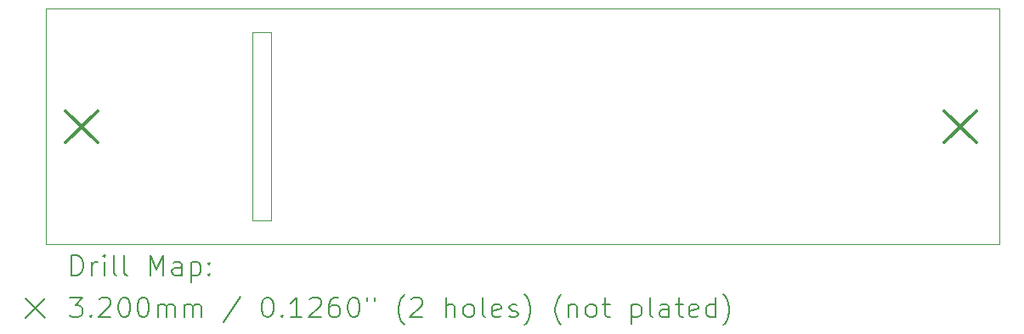
<source format=gbr>
%TF.GenerationSoftware,KiCad,Pcbnew,8.0.3*%
%TF.CreationDate,2025-08-12T15:57:57+07:00*%
%TF.ProjectId,si-hardware-downled,73692d68-6172-4647-9761-72652d646f77,rev?*%
%TF.SameCoordinates,Original*%
%TF.FileFunction,Drillmap*%
%TF.FilePolarity,Positive*%
%FSLAX45Y45*%
G04 Gerber Fmt 4.5, Leading zero omitted, Abs format (unit mm)*
G04 Created by KiCad (PCBNEW 8.0.3) date 2025-08-12 15:57:57*
%MOMM*%
%LPD*%
G01*
G04 APERTURE LIST*
%ADD10C,0.100000*%
%ADD11C,0.050000*%
%ADD12C,0.200000*%
%ADD13C,0.320000*%
G04 APERTURE END LIST*
D10*
X12211400Y-6714390D02*
X12401900Y-6714390D01*
X12401900Y-8595490D01*
X12211400Y-8595490D01*
X12211400Y-6714390D01*
D11*
X10154000Y-6478000D02*
X19654000Y-6478000D01*
X19654000Y-8830960D01*
X10154000Y-8830960D01*
X10154000Y-6478000D01*
D12*
D13*
X10353000Y-7501000D02*
X10673000Y-7821000D01*
X10673000Y-7501000D02*
X10353000Y-7821000D01*
X19103000Y-7501000D02*
X19423000Y-7821000D01*
X19423000Y-7501000D02*
X19103000Y-7821000D01*
D12*
X10412277Y-9144944D02*
X10412277Y-8944944D01*
X10412277Y-8944944D02*
X10459896Y-8944944D01*
X10459896Y-8944944D02*
X10488467Y-8954468D01*
X10488467Y-8954468D02*
X10507515Y-8973515D01*
X10507515Y-8973515D02*
X10517039Y-8992563D01*
X10517039Y-8992563D02*
X10526563Y-9030658D01*
X10526563Y-9030658D02*
X10526563Y-9059230D01*
X10526563Y-9059230D02*
X10517039Y-9097325D01*
X10517039Y-9097325D02*
X10507515Y-9116372D01*
X10507515Y-9116372D02*
X10488467Y-9135420D01*
X10488467Y-9135420D02*
X10459896Y-9144944D01*
X10459896Y-9144944D02*
X10412277Y-9144944D01*
X10612277Y-9144944D02*
X10612277Y-9011610D01*
X10612277Y-9049706D02*
X10621801Y-9030658D01*
X10621801Y-9030658D02*
X10631324Y-9021134D01*
X10631324Y-9021134D02*
X10650372Y-9011610D01*
X10650372Y-9011610D02*
X10669420Y-9011610D01*
X10736086Y-9144944D02*
X10736086Y-9011610D01*
X10736086Y-8944944D02*
X10726563Y-8954468D01*
X10726563Y-8954468D02*
X10736086Y-8963991D01*
X10736086Y-8963991D02*
X10745610Y-8954468D01*
X10745610Y-8954468D02*
X10736086Y-8944944D01*
X10736086Y-8944944D02*
X10736086Y-8963991D01*
X10859896Y-9144944D02*
X10840848Y-9135420D01*
X10840848Y-9135420D02*
X10831324Y-9116372D01*
X10831324Y-9116372D02*
X10831324Y-8944944D01*
X10964658Y-9144944D02*
X10945610Y-9135420D01*
X10945610Y-9135420D02*
X10936086Y-9116372D01*
X10936086Y-9116372D02*
X10936086Y-8944944D01*
X11193229Y-9144944D02*
X11193229Y-8944944D01*
X11193229Y-8944944D02*
X11259896Y-9087801D01*
X11259896Y-9087801D02*
X11326562Y-8944944D01*
X11326562Y-8944944D02*
X11326562Y-9144944D01*
X11507515Y-9144944D02*
X11507515Y-9040182D01*
X11507515Y-9040182D02*
X11497991Y-9021134D01*
X11497991Y-9021134D02*
X11478943Y-9011610D01*
X11478943Y-9011610D02*
X11440848Y-9011610D01*
X11440848Y-9011610D02*
X11421801Y-9021134D01*
X11507515Y-9135420D02*
X11488467Y-9144944D01*
X11488467Y-9144944D02*
X11440848Y-9144944D01*
X11440848Y-9144944D02*
X11421801Y-9135420D01*
X11421801Y-9135420D02*
X11412277Y-9116372D01*
X11412277Y-9116372D02*
X11412277Y-9097325D01*
X11412277Y-9097325D02*
X11421801Y-9078277D01*
X11421801Y-9078277D02*
X11440848Y-9068753D01*
X11440848Y-9068753D02*
X11488467Y-9068753D01*
X11488467Y-9068753D02*
X11507515Y-9059230D01*
X11602753Y-9011610D02*
X11602753Y-9211610D01*
X11602753Y-9021134D02*
X11621801Y-9011610D01*
X11621801Y-9011610D02*
X11659896Y-9011610D01*
X11659896Y-9011610D02*
X11678943Y-9021134D01*
X11678943Y-9021134D02*
X11688467Y-9030658D01*
X11688467Y-9030658D02*
X11697991Y-9049706D01*
X11697991Y-9049706D02*
X11697991Y-9106849D01*
X11697991Y-9106849D02*
X11688467Y-9125896D01*
X11688467Y-9125896D02*
X11678943Y-9135420D01*
X11678943Y-9135420D02*
X11659896Y-9144944D01*
X11659896Y-9144944D02*
X11621801Y-9144944D01*
X11621801Y-9144944D02*
X11602753Y-9135420D01*
X11783705Y-9125896D02*
X11793229Y-9135420D01*
X11793229Y-9135420D02*
X11783705Y-9144944D01*
X11783705Y-9144944D02*
X11774182Y-9135420D01*
X11774182Y-9135420D02*
X11783705Y-9125896D01*
X11783705Y-9125896D02*
X11783705Y-9144944D01*
X11783705Y-9021134D02*
X11793229Y-9030658D01*
X11793229Y-9030658D02*
X11783705Y-9040182D01*
X11783705Y-9040182D02*
X11774182Y-9030658D01*
X11774182Y-9030658D02*
X11783705Y-9021134D01*
X11783705Y-9021134D02*
X11783705Y-9040182D01*
X9951500Y-9373460D02*
X10151500Y-9573460D01*
X10151500Y-9373460D02*
X9951500Y-9573460D01*
X10393229Y-9364944D02*
X10517039Y-9364944D01*
X10517039Y-9364944D02*
X10450372Y-9441134D01*
X10450372Y-9441134D02*
X10478944Y-9441134D01*
X10478944Y-9441134D02*
X10497991Y-9450658D01*
X10497991Y-9450658D02*
X10507515Y-9460182D01*
X10507515Y-9460182D02*
X10517039Y-9479230D01*
X10517039Y-9479230D02*
X10517039Y-9526849D01*
X10517039Y-9526849D02*
X10507515Y-9545896D01*
X10507515Y-9545896D02*
X10497991Y-9555420D01*
X10497991Y-9555420D02*
X10478944Y-9564944D01*
X10478944Y-9564944D02*
X10421801Y-9564944D01*
X10421801Y-9564944D02*
X10402753Y-9555420D01*
X10402753Y-9555420D02*
X10393229Y-9545896D01*
X10602753Y-9545896D02*
X10612277Y-9555420D01*
X10612277Y-9555420D02*
X10602753Y-9564944D01*
X10602753Y-9564944D02*
X10593229Y-9555420D01*
X10593229Y-9555420D02*
X10602753Y-9545896D01*
X10602753Y-9545896D02*
X10602753Y-9564944D01*
X10688467Y-9383991D02*
X10697991Y-9374468D01*
X10697991Y-9374468D02*
X10717039Y-9364944D01*
X10717039Y-9364944D02*
X10764658Y-9364944D01*
X10764658Y-9364944D02*
X10783705Y-9374468D01*
X10783705Y-9374468D02*
X10793229Y-9383991D01*
X10793229Y-9383991D02*
X10802753Y-9403039D01*
X10802753Y-9403039D02*
X10802753Y-9422087D01*
X10802753Y-9422087D02*
X10793229Y-9450658D01*
X10793229Y-9450658D02*
X10678944Y-9564944D01*
X10678944Y-9564944D02*
X10802753Y-9564944D01*
X10926563Y-9364944D02*
X10945610Y-9364944D01*
X10945610Y-9364944D02*
X10964658Y-9374468D01*
X10964658Y-9374468D02*
X10974182Y-9383991D01*
X10974182Y-9383991D02*
X10983705Y-9403039D01*
X10983705Y-9403039D02*
X10993229Y-9441134D01*
X10993229Y-9441134D02*
X10993229Y-9488753D01*
X10993229Y-9488753D02*
X10983705Y-9526849D01*
X10983705Y-9526849D02*
X10974182Y-9545896D01*
X10974182Y-9545896D02*
X10964658Y-9555420D01*
X10964658Y-9555420D02*
X10945610Y-9564944D01*
X10945610Y-9564944D02*
X10926563Y-9564944D01*
X10926563Y-9564944D02*
X10907515Y-9555420D01*
X10907515Y-9555420D02*
X10897991Y-9545896D01*
X10897991Y-9545896D02*
X10888467Y-9526849D01*
X10888467Y-9526849D02*
X10878944Y-9488753D01*
X10878944Y-9488753D02*
X10878944Y-9441134D01*
X10878944Y-9441134D02*
X10888467Y-9403039D01*
X10888467Y-9403039D02*
X10897991Y-9383991D01*
X10897991Y-9383991D02*
X10907515Y-9374468D01*
X10907515Y-9374468D02*
X10926563Y-9364944D01*
X11117039Y-9364944D02*
X11136086Y-9364944D01*
X11136086Y-9364944D02*
X11155134Y-9374468D01*
X11155134Y-9374468D02*
X11164658Y-9383991D01*
X11164658Y-9383991D02*
X11174182Y-9403039D01*
X11174182Y-9403039D02*
X11183705Y-9441134D01*
X11183705Y-9441134D02*
X11183705Y-9488753D01*
X11183705Y-9488753D02*
X11174182Y-9526849D01*
X11174182Y-9526849D02*
X11164658Y-9545896D01*
X11164658Y-9545896D02*
X11155134Y-9555420D01*
X11155134Y-9555420D02*
X11136086Y-9564944D01*
X11136086Y-9564944D02*
X11117039Y-9564944D01*
X11117039Y-9564944D02*
X11097991Y-9555420D01*
X11097991Y-9555420D02*
X11088467Y-9545896D01*
X11088467Y-9545896D02*
X11078944Y-9526849D01*
X11078944Y-9526849D02*
X11069420Y-9488753D01*
X11069420Y-9488753D02*
X11069420Y-9441134D01*
X11069420Y-9441134D02*
X11078944Y-9403039D01*
X11078944Y-9403039D02*
X11088467Y-9383991D01*
X11088467Y-9383991D02*
X11097991Y-9374468D01*
X11097991Y-9374468D02*
X11117039Y-9364944D01*
X11269420Y-9564944D02*
X11269420Y-9431610D01*
X11269420Y-9450658D02*
X11278943Y-9441134D01*
X11278943Y-9441134D02*
X11297991Y-9431610D01*
X11297991Y-9431610D02*
X11326563Y-9431610D01*
X11326563Y-9431610D02*
X11345610Y-9441134D01*
X11345610Y-9441134D02*
X11355134Y-9460182D01*
X11355134Y-9460182D02*
X11355134Y-9564944D01*
X11355134Y-9460182D02*
X11364658Y-9441134D01*
X11364658Y-9441134D02*
X11383705Y-9431610D01*
X11383705Y-9431610D02*
X11412277Y-9431610D01*
X11412277Y-9431610D02*
X11431324Y-9441134D01*
X11431324Y-9441134D02*
X11440848Y-9460182D01*
X11440848Y-9460182D02*
X11440848Y-9564944D01*
X11536086Y-9564944D02*
X11536086Y-9431610D01*
X11536086Y-9450658D02*
X11545610Y-9441134D01*
X11545610Y-9441134D02*
X11564658Y-9431610D01*
X11564658Y-9431610D02*
X11593229Y-9431610D01*
X11593229Y-9431610D02*
X11612277Y-9441134D01*
X11612277Y-9441134D02*
X11621801Y-9460182D01*
X11621801Y-9460182D02*
X11621801Y-9564944D01*
X11621801Y-9460182D02*
X11631324Y-9441134D01*
X11631324Y-9441134D02*
X11650372Y-9431610D01*
X11650372Y-9431610D02*
X11678943Y-9431610D01*
X11678943Y-9431610D02*
X11697991Y-9441134D01*
X11697991Y-9441134D02*
X11707515Y-9460182D01*
X11707515Y-9460182D02*
X11707515Y-9564944D01*
X12097991Y-9355420D02*
X11926563Y-9612563D01*
X12355134Y-9364944D02*
X12374182Y-9364944D01*
X12374182Y-9364944D02*
X12393229Y-9374468D01*
X12393229Y-9374468D02*
X12402753Y-9383991D01*
X12402753Y-9383991D02*
X12412277Y-9403039D01*
X12412277Y-9403039D02*
X12421801Y-9441134D01*
X12421801Y-9441134D02*
X12421801Y-9488753D01*
X12421801Y-9488753D02*
X12412277Y-9526849D01*
X12412277Y-9526849D02*
X12402753Y-9545896D01*
X12402753Y-9545896D02*
X12393229Y-9555420D01*
X12393229Y-9555420D02*
X12374182Y-9564944D01*
X12374182Y-9564944D02*
X12355134Y-9564944D01*
X12355134Y-9564944D02*
X12336086Y-9555420D01*
X12336086Y-9555420D02*
X12326563Y-9545896D01*
X12326563Y-9545896D02*
X12317039Y-9526849D01*
X12317039Y-9526849D02*
X12307515Y-9488753D01*
X12307515Y-9488753D02*
X12307515Y-9441134D01*
X12307515Y-9441134D02*
X12317039Y-9403039D01*
X12317039Y-9403039D02*
X12326563Y-9383991D01*
X12326563Y-9383991D02*
X12336086Y-9374468D01*
X12336086Y-9374468D02*
X12355134Y-9364944D01*
X12507515Y-9545896D02*
X12517039Y-9555420D01*
X12517039Y-9555420D02*
X12507515Y-9564944D01*
X12507515Y-9564944D02*
X12497991Y-9555420D01*
X12497991Y-9555420D02*
X12507515Y-9545896D01*
X12507515Y-9545896D02*
X12507515Y-9564944D01*
X12707515Y-9564944D02*
X12593229Y-9564944D01*
X12650372Y-9564944D02*
X12650372Y-9364944D01*
X12650372Y-9364944D02*
X12631325Y-9393515D01*
X12631325Y-9393515D02*
X12612277Y-9412563D01*
X12612277Y-9412563D02*
X12593229Y-9422087D01*
X12783706Y-9383991D02*
X12793229Y-9374468D01*
X12793229Y-9374468D02*
X12812277Y-9364944D01*
X12812277Y-9364944D02*
X12859896Y-9364944D01*
X12859896Y-9364944D02*
X12878944Y-9374468D01*
X12878944Y-9374468D02*
X12888467Y-9383991D01*
X12888467Y-9383991D02*
X12897991Y-9403039D01*
X12897991Y-9403039D02*
X12897991Y-9422087D01*
X12897991Y-9422087D02*
X12888467Y-9450658D01*
X12888467Y-9450658D02*
X12774182Y-9564944D01*
X12774182Y-9564944D02*
X12897991Y-9564944D01*
X13069420Y-9364944D02*
X13031325Y-9364944D01*
X13031325Y-9364944D02*
X13012277Y-9374468D01*
X13012277Y-9374468D02*
X13002753Y-9383991D01*
X13002753Y-9383991D02*
X12983706Y-9412563D01*
X12983706Y-9412563D02*
X12974182Y-9450658D01*
X12974182Y-9450658D02*
X12974182Y-9526849D01*
X12974182Y-9526849D02*
X12983706Y-9545896D01*
X12983706Y-9545896D02*
X12993229Y-9555420D01*
X12993229Y-9555420D02*
X13012277Y-9564944D01*
X13012277Y-9564944D02*
X13050372Y-9564944D01*
X13050372Y-9564944D02*
X13069420Y-9555420D01*
X13069420Y-9555420D02*
X13078944Y-9545896D01*
X13078944Y-9545896D02*
X13088467Y-9526849D01*
X13088467Y-9526849D02*
X13088467Y-9479230D01*
X13088467Y-9479230D02*
X13078944Y-9460182D01*
X13078944Y-9460182D02*
X13069420Y-9450658D01*
X13069420Y-9450658D02*
X13050372Y-9441134D01*
X13050372Y-9441134D02*
X13012277Y-9441134D01*
X13012277Y-9441134D02*
X12993229Y-9450658D01*
X12993229Y-9450658D02*
X12983706Y-9460182D01*
X12983706Y-9460182D02*
X12974182Y-9479230D01*
X13212277Y-9364944D02*
X13231325Y-9364944D01*
X13231325Y-9364944D02*
X13250372Y-9374468D01*
X13250372Y-9374468D02*
X13259896Y-9383991D01*
X13259896Y-9383991D02*
X13269420Y-9403039D01*
X13269420Y-9403039D02*
X13278944Y-9441134D01*
X13278944Y-9441134D02*
X13278944Y-9488753D01*
X13278944Y-9488753D02*
X13269420Y-9526849D01*
X13269420Y-9526849D02*
X13259896Y-9545896D01*
X13259896Y-9545896D02*
X13250372Y-9555420D01*
X13250372Y-9555420D02*
X13231325Y-9564944D01*
X13231325Y-9564944D02*
X13212277Y-9564944D01*
X13212277Y-9564944D02*
X13193229Y-9555420D01*
X13193229Y-9555420D02*
X13183706Y-9545896D01*
X13183706Y-9545896D02*
X13174182Y-9526849D01*
X13174182Y-9526849D02*
X13164658Y-9488753D01*
X13164658Y-9488753D02*
X13164658Y-9441134D01*
X13164658Y-9441134D02*
X13174182Y-9403039D01*
X13174182Y-9403039D02*
X13183706Y-9383991D01*
X13183706Y-9383991D02*
X13193229Y-9374468D01*
X13193229Y-9374468D02*
X13212277Y-9364944D01*
X13355134Y-9364944D02*
X13355134Y-9403039D01*
X13431325Y-9364944D02*
X13431325Y-9403039D01*
X13726563Y-9641134D02*
X13717039Y-9631610D01*
X13717039Y-9631610D02*
X13697991Y-9603039D01*
X13697991Y-9603039D02*
X13688468Y-9583991D01*
X13688468Y-9583991D02*
X13678944Y-9555420D01*
X13678944Y-9555420D02*
X13669420Y-9507801D01*
X13669420Y-9507801D02*
X13669420Y-9469706D01*
X13669420Y-9469706D02*
X13678944Y-9422087D01*
X13678944Y-9422087D02*
X13688468Y-9393515D01*
X13688468Y-9393515D02*
X13697991Y-9374468D01*
X13697991Y-9374468D02*
X13717039Y-9345896D01*
X13717039Y-9345896D02*
X13726563Y-9336372D01*
X13793229Y-9383991D02*
X13802753Y-9374468D01*
X13802753Y-9374468D02*
X13821801Y-9364944D01*
X13821801Y-9364944D02*
X13869420Y-9364944D01*
X13869420Y-9364944D02*
X13888468Y-9374468D01*
X13888468Y-9374468D02*
X13897991Y-9383991D01*
X13897991Y-9383991D02*
X13907515Y-9403039D01*
X13907515Y-9403039D02*
X13907515Y-9422087D01*
X13907515Y-9422087D02*
X13897991Y-9450658D01*
X13897991Y-9450658D02*
X13783706Y-9564944D01*
X13783706Y-9564944D02*
X13907515Y-9564944D01*
X14145610Y-9564944D02*
X14145610Y-9364944D01*
X14231325Y-9564944D02*
X14231325Y-9460182D01*
X14231325Y-9460182D02*
X14221801Y-9441134D01*
X14221801Y-9441134D02*
X14202753Y-9431610D01*
X14202753Y-9431610D02*
X14174182Y-9431610D01*
X14174182Y-9431610D02*
X14155134Y-9441134D01*
X14155134Y-9441134D02*
X14145610Y-9450658D01*
X14355134Y-9564944D02*
X14336087Y-9555420D01*
X14336087Y-9555420D02*
X14326563Y-9545896D01*
X14326563Y-9545896D02*
X14317039Y-9526849D01*
X14317039Y-9526849D02*
X14317039Y-9469706D01*
X14317039Y-9469706D02*
X14326563Y-9450658D01*
X14326563Y-9450658D02*
X14336087Y-9441134D01*
X14336087Y-9441134D02*
X14355134Y-9431610D01*
X14355134Y-9431610D02*
X14383706Y-9431610D01*
X14383706Y-9431610D02*
X14402753Y-9441134D01*
X14402753Y-9441134D02*
X14412277Y-9450658D01*
X14412277Y-9450658D02*
X14421801Y-9469706D01*
X14421801Y-9469706D02*
X14421801Y-9526849D01*
X14421801Y-9526849D02*
X14412277Y-9545896D01*
X14412277Y-9545896D02*
X14402753Y-9555420D01*
X14402753Y-9555420D02*
X14383706Y-9564944D01*
X14383706Y-9564944D02*
X14355134Y-9564944D01*
X14536087Y-9564944D02*
X14517039Y-9555420D01*
X14517039Y-9555420D02*
X14507515Y-9536372D01*
X14507515Y-9536372D02*
X14507515Y-9364944D01*
X14688468Y-9555420D02*
X14669420Y-9564944D01*
X14669420Y-9564944D02*
X14631325Y-9564944D01*
X14631325Y-9564944D02*
X14612277Y-9555420D01*
X14612277Y-9555420D02*
X14602753Y-9536372D01*
X14602753Y-9536372D02*
X14602753Y-9460182D01*
X14602753Y-9460182D02*
X14612277Y-9441134D01*
X14612277Y-9441134D02*
X14631325Y-9431610D01*
X14631325Y-9431610D02*
X14669420Y-9431610D01*
X14669420Y-9431610D02*
X14688468Y-9441134D01*
X14688468Y-9441134D02*
X14697991Y-9460182D01*
X14697991Y-9460182D02*
X14697991Y-9479230D01*
X14697991Y-9479230D02*
X14602753Y-9498277D01*
X14774182Y-9555420D02*
X14793230Y-9564944D01*
X14793230Y-9564944D02*
X14831325Y-9564944D01*
X14831325Y-9564944D02*
X14850372Y-9555420D01*
X14850372Y-9555420D02*
X14859896Y-9536372D01*
X14859896Y-9536372D02*
X14859896Y-9526849D01*
X14859896Y-9526849D02*
X14850372Y-9507801D01*
X14850372Y-9507801D02*
X14831325Y-9498277D01*
X14831325Y-9498277D02*
X14802753Y-9498277D01*
X14802753Y-9498277D02*
X14783706Y-9488753D01*
X14783706Y-9488753D02*
X14774182Y-9469706D01*
X14774182Y-9469706D02*
X14774182Y-9460182D01*
X14774182Y-9460182D02*
X14783706Y-9441134D01*
X14783706Y-9441134D02*
X14802753Y-9431610D01*
X14802753Y-9431610D02*
X14831325Y-9431610D01*
X14831325Y-9431610D02*
X14850372Y-9441134D01*
X14926563Y-9641134D02*
X14936087Y-9631610D01*
X14936087Y-9631610D02*
X14955134Y-9603039D01*
X14955134Y-9603039D02*
X14964658Y-9583991D01*
X14964658Y-9583991D02*
X14974182Y-9555420D01*
X14974182Y-9555420D02*
X14983706Y-9507801D01*
X14983706Y-9507801D02*
X14983706Y-9469706D01*
X14983706Y-9469706D02*
X14974182Y-9422087D01*
X14974182Y-9422087D02*
X14964658Y-9393515D01*
X14964658Y-9393515D02*
X14955134Y-9374468D01*
X14955134Y-9374468D02*
X14936087Y-9345896D01*
X14936087Y-9345896D02*
X14926563Y-9336372D01*
X15288468Y-9641134D02*
X15278944Y-9631610D01*
X15278944Y-9631610D02*
X15259896Y-9603039D01*
X15259896Y-9603039D02*
X15250372Y-9583991D01*
X15250372Y-9583991D02*
X15240849Y-9555420D01*
X15240849Y-9555420D02*
X15231325Y-9507801D01*
X15231325Y-9507801D02*
X15231325Y-9469706D01*
X15231325Y-9469706D02*
X15240849Y-9422087D01*
X15240849Y-9422087D02*
X15250372Y-9393515D01*
X15250372Y-9393515D02*
X15259896Y-9374468D01*
X15259896Y-9374468D02*
X15278944Y-9345896D01*
X15278944Y-9345896D02*
X15288468Y-9336372D01*
X15364658Y-9431610D02*
X15364658Y-9564944D01*
X15364658Y-9450658D02*
X15374182Y-9441134D01*
X15374182Y-9441134D02*
X15393230Y-9431610D01*
X15393230Y-9431610D02*
X15421801Y-9431610D01*
X15421801Y-9431610D02*
X15440849Y-9441134D01*
X15440849Y-9441134D02*
X15450372Y-9460182D01*
X15450372Y-9460182D02*
X15450372Y-9564944D01*
X15574182Y-9564944D02*
X15555134Y-9555420D01*
X15555134Y-9555420D02*
X15545611Y-9545896D01*
X15545611Y-9545896D02*
X15536087Y-9526849D01*
X15536087Y-9526849D02*
X15536087Y-9469706D01*
X15536087Y-9469706D02*
X15545611Y-9450658D01*
X15545611Y-9450658D02*
X15555134Y-9441134D01*
X15555134Y-9441134D02*
X15574182Y-9431610D01*
X15574182Y-9431610D02*
X15602753Y-9431610D01*
X15602753Y-9431610D02*
X15621801Y-9441134D01*
X15621801Y-9441134D02*
X15631325Y-9450658D01*
X15631325Y-9450658D02*
X15640849Y-9469706D01*
X15640849Y-9469706D02*
X15640849Y-9526849D01*
X15640849Y-9526849D02*
X15631325Y-9545896D01*
X15631325Y-9545896D02*
X15621801Y-9555420D01*
X15621801Y-9555420D02*
X15602753Y-9564944D01*
X15602753Y-9564944D02*
X15574182Y-9564944D01*
X15697992Y-9431610D02*
X15774182Y-9431610D01*
X15726563Y-9364944D02*
X15726563Y-9536372D01*
X15726563Y-9536372D02*
X15736087Y-9555420D01*
X15736087Y-9555420D02*
X15755134Y-9564944D01*
X15755134Y-9564944D02*
X15774182Y-9564944D01*
X15993230Y-9431610D02*
X15993230Y-9631610D01*
X15993230Y-9441134D02*
X16012277Y-9431610D01*
X16012277Y-9431610D02*
X16050373Y-9431610D01*
X16050373Y-9431610D02*
X16069420Y-9441134D01*
X16069420Y-9441134D02*
X16078944Y-9450658D01*
X16078944Y-9450658D02*
X16088468Y-9469706D01*
X16088468Y-9469706D02*
X16088468Y-9526849D01*
X16088468Y-9526849D02*
X16078944Y-9545896D01*
X16078944Y-9545896D02*
X16069420Y-9555420D01*
X16069420Y-9555420D02*
X16050373Y-9564944D01*
X16050373Y-9564944D02*
X16012277Y-9564944D01*
X16012277Y-9564944D02*
X15993230Y-9555420D01*
X16202753Y-9564944D02*
X16183706Y-9555420D01*
X16183706Y-9555420D02*
X16174182Y-9536372D01*
X16174182Y-9536372D02*
X16174182Y-9364944D01*
X16364658Y-9564944D02*
X16364658Y-9460182D01*
X16364658Y-9460182D02*
X16355134Y-9441134D01*
X16355134Y-9441134D02*
X16336087Y-9431610D01*
X16336087Y-9431610D02*
X16297992Y-9431610D01*
X16297992Y-9431610D02*
X16278944Y-9441134D01*
X16364658Y-9555420D02*
X16345611Y-9564944D01*
X16345611Y-9564944D02*
X16297992Y-9564944D01*
X16297992Y-9564944D02*
X16278944Y-9555420D01*
X16278944Y-9555420D02*
X16269420Y-9536372D01*
X16269420Y-9536372D02*
X16269420Y-9517325D01*
X16269420Y-9517325D02*
X16278944Y-9498277D01*
X16278944Y-9498277D02*
X16297992Y-9488753D01*
X16297992Y-9488753D02*
X16345611Y-9488753D01*
X16345611Y-9488753D02*
X16364658Y-9479230D01*
X16431325Y-9431610D02*
X16507515Y-9431610D01*
X16459896Y-9364944D02*
X16459896Y-9536372D01*
X16459896Y-9536372D02*
X16469420Y-9555420D01*
X16469420Y-9555420D02*
X16488468Y-9564944D01*
X16488468Y-9564944D02*
X16507515Y-9564944D01*
X16650373Y-9555420D02*
X16631325Y-9564944D01*
X16631325Y-9564944D02*
X16593230Y-9564944D01*
X16593230Y-9564944D02*
X16574182Y-9555420D01*
X16574182Y-9555420D02*
X16564658Y-9536372D01*
X16564658Y-9536372D02*
X16564658Y-9460182D01*
X16564658Y-9460182D02*
X16574182Y-9441134D01*
X16574182Y-9441134D02*
X16593230Y-9431610D01*
X16593230Y-9431610D02*
X16631325Y-9431610D01*
X16631325Y-9431610D02*
X16650373Y-9441134D01*
X16650373Y-9441134D02*
X16659896Y-9460182D01*
X16659896Y-9460182D02*
X16659896Y-9479230D01*
X16659896Y-9479230D02*
X16564658Y-9498277D01*
X16831325Y-9564944D02*
X16831325Y-9364944D01*
X16831325Y-9555420D02*
X16812277Y-9564944D01*
X16812277Y-9564944D02*
X16774182Y-9564944D01*
X16774182Y-9564944D02*
X16755134Y-9555420D01*
X16755134Y-9555420D02*
X16745611Y-9545896D01*
X16745611Y-9545896D02*
X16736087Y-9526849D01*
X16736087Y-9526849D02*
X16736087Y-9469706D01*
X16736087Y-9469706D02*
X16745611Y-9450658D01*
X16745611Y-9450658D02*
X16755134Y-9441134D01*
X16755134Y-9441134D02*
X16774182Y-9431610D01*
X16774182Y-9431610D02*
X16812277Y-9431610D01*
X16812277Y-9431610D02*
X16831325Y-9441134D01*
X16907516Y-9641134D02*
X16917039Y-9631610D01*
X16917039Y-9631610D02*
X16936087Y-9603039D01*
X16936087Y-9603039D02*
X16945611Y-9583991D01*
X16945611Y-9583991D02*
X16955135Y-9555420D01*
X16955135Y-9555420D02*
X16964658Y-9507801D01*
X16964658Y-9507801D02*
X16964658Y-9469706D01*
X16964658Y-9469706D02*
X16955135Y-9422087D01*
X16955135Y-9422087D02*
X16945611Y-9393515D01*
X16945611Y-9393515D02*
X16936087Y-9374468D01*
X16936087Y-9374468D02*
X16917039Y-9345896D01*
X16917039Y-9345896D02*
X16907516Y-9336372D01*
M02*

</source>
